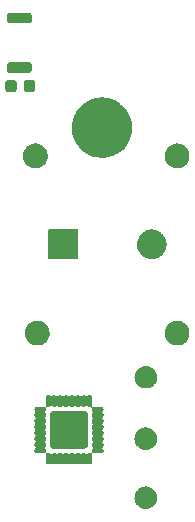
<source format=gbs>
G04 #@! TF.GenerationSoftware,KiCad,Pcbnew,(5.99.0-168-g9990dcc1b)*
G04 #@! TF.CreationDate,2019-12-17T14:25:06+03:00*
G04 #@! TF.ProjectId,SmartPartsIONBoard,536d6172-7450-4617-9274-73494f4e426f,rev?*
G04 #@! TF.SameCoordinates,Original*
G04 #@! TF.FileFunction,Soldermask,Bot*
G04 #@! TF.FilePolarity,Negative*
%FSLAX46Y46*%
G04 Gerber Fmt 4.6, Leading zero omitted, Abs format (unit mm)*
G04 Created by KiCad (PCBNEW (5.99.0-168-g9990dcc1b)) date 2019-12-17 14:25:06*
%MOMM*%
%LPD*%
G04 APERTURE LIST*
%ADD10C,0.100000*%
G04 APERTURE END LIST*
D10*
G36*
X72886675Y-71012627D02*
G01*
X72927905Y-71014680D01*
X72976080Y-71026468D01*
X73030954Y-71034963D01*
X73069728Y-71049383D01*
X73104176Y-71057812D01*
X73154544Y-71080925D01*
X73212037Y-71102307D01*
X73242173Y-71121138D01*
X73269107Y-71133498D01*
X73318922Y-71169097D01*
X73375880Y-71204688D01*
X73397387Y-71225168D01*
X73416749Y-71239005D01*
X73462931Y-71287585D01*
X73515790Y-71337922D01*
X73529404Y-71357511D01*
X73541782Y-71370531D01*
X73581083Y-71431866D01*
X73626052Y-71496569D01*
X73633145Y-71513119D01*
X73639683Y-71523322D01*
X73668818Y-71596349D01*
X73702162Y-71674146D01*
X73704606Y-71686051D01*
X73706928Y-71691872D01*
X73722813Y-71774748D01*
X73741010Y-71863400D01*
X73740988Y-71869580D01*
X73741056Y-71869932D01*
X73740404Y-72056704D01*
X73740335Y-72057053D01*
X73740313Y-72063237D01*
X73721491Y-72151785D01*
X73705034Y-72234522D01*
X73702671Y-72240327D01*
X73700144Y-72252215D01*
X73666246Y-72329806D01*
X73636613Y-72402599D01*
X73630009Y-72412748D01*
X73622797Y-72429257D01*
X73577357Y-72493672D01*
X73537645Y-72554707D01*
X73525180Y-72567637D01*
X73511430Y-72587129D01*
X73458221Y-72637096D01*
X73411704Y-72685349D01*
X73392248Y-72699048D01*
X73370593Y-72719384D01*
X73313380Y-72754582D01*
X73263323Y-72789828D01*
X73236302Y-72802000D01*
X73206039Y-72820618D01*
X73148399Y-72841597D01*
X73097868Y-72864360D01*
X73063362Y-72872549D01*
X73024490Y-72886697D01*
X72969568Y-72894807D01*
X72921307Y-72906260D01*
X72880057Y-72908025D01*
X72833363Y-72914920D01*
X72783741Y-72912146D01*
X72740000Y-72914017D01*
X72693403Y-72907095D01*
X72640464Y-72904135D01*
X72598057Y-72892931D01*
X72560504Y-72887352D01*
X72510566Y-72869815D01*
X72453673Y-72854783D01*
X72419600Y-72837869D01*
X72389288Y-72827224D01*
X72338557Y-72797639D01*
X72280621Y-72768879D01*
X72255245Y-72749053D01*
X72232528Y-72735805D01*
X72183930Y-72693335D01*
X72128378Y-72649933D01*
X72111292Y-72629857D01*
X72095884Y-72616392D01*
X72052628Y-72560928D01*
X72003161Y-72502804D01*
X71993277Y-72484825D01*
X71984285Y-72473295D01*
X71949661Y-72405488D01*
X71910086Y-72333501D01*
X71905749Y-72319492D01*
X71901760Y-72311679D01*
X71878983Y-72233022D01*
X71852955Y-72148941D01*
X71852095Y-72140173D01*
X71851285Y-72137375D01*
X71843295Y-72050423D01*
X71834102Y-71956663D01*
X71843949Y-71862976D01*
X71852546Y-71776079D01*
X71853376Y-71773287D01*
X71854297Y-71764521D01*
X71880920Y-71680594D01*
X71904237Y-71602129D01*
X71908280Y-71594346D01*
X71912715Y-71580365D01*
X71952811Y-71508621D01*
X71987891Y-71441090D01*
X71996956Y-71429632D01*
X72006969Y-71411716D01*
X72056849Y-71353930D01*
X72100484Y-71298776D01*
X72115984Y-71285420D01*
X72133210Y-71265464D01*
X72189069Y-71222447D01*
X72237959Y-71180321D01*
X72260768Y-71167232D01*
X72286281Y-71147584D01*
X72344401Y-71119237D01*
X72395350Y-71089999D01*
X72425746Y-71079562D01*
X72459928Y-71062891D01*
X72516921Y-71048258D01*
X72566983Y-71031069D01*
X72604572Y-71025753D01*
X72647059Y-71014844D01*
X72700020Y-71012254D01*
X72746663Y-71005657D01*
X72790388Y-71007834D01*
X72840028Y-71005406D01*
X72886675Y-71012627D01*
X72886675Y-71012627D01*
G37*
G36*
X64645561Y-63291809D02*
G01*
X64683104Y-63316895D01*
X64686067Y-63321329D01*
X64740111Y-63366495D01*
X64809995Y-63375272D01*
X64893933Y-63321329D01*
X64896896Y-63316895D01*
X64934439Y-63291809D01*
X64991034Y-63280552D01*
X65088966Y-63280552D01*
X65145561Y-63291809D01*
X65183104Y-63316895D01*
X65186067Y-63321329D01*
X65240111Y-63366495D01*
X65309995Y-63375272D01*
X65393933Y-63321329D01*
X65396896Y-63316895D01*
X65434439Y-63291809D01*
X65491034Y-63280552D01*
X65588966Y-63280552D01*
X65645561Y-63291809D01*
X65683104Y-63316895D01*
X65686067Y-63321329D01*
X65740111Y-63366495D01*
X65809995Y-63375272D01*
X65893933Y-63321329D01*
X65896896Y-63316895D01*
X65934439Y-63291809D01*
X65991034Y-63280552D01*
X66088966Y-63280552D01*
X66145561Y-63291809D01*
X66183104Y-63316895D01*
X66186067Y-63321329D01*
X66240111Y-63366495D01*
X66309995Y-63375272D01*
X66393933Y-63321329D01*
X66396896Y-63316895D01*
X66434439Y-63291809D01*
X66491034Y-63280552D01*
X66588966Y-63280552D01*
X66645561Y-63291809D01*
X66683104Y-63316895D01*
X66686067Y-63321329D01*
X66740111Y-63366495D01*
X66809995Y-63375272D01*
X66893933Y-63321329D01*
X66896896Y-63316895D01*
X66934439Y-63291809D01*
X66991034Y-63280552D01*
X67088966Y-63280552D01*
X67145561Y-63291809D01*
X67183104Y-63316895D01*
X67186067Y-63321329D01*
X67240111Y-63366495D01*
X67309995Y-63375272D01*
X67393933Y-63321329D01*
X67396896Y-63316895D01*
X67434439Y-63291809D01*
X67491034Y-63280552D01*
X67588966Y-63280552D01*
X67645561Y-63291809D01*
X67683104Y-63316895D01*
X67686067Y-63321329D01*
X67740111Y-63366495D01*
X67809995Y-63375272D01*
X67893933Y-63321329D01*
X67896896Y-63316895D01*
X67934439Y-63291809D01*
X67991034Y-63280552D01*
X68088966Y-63280552D01*
X68145561Y-63291809D01*
X68183105Y-63316895D01*
X68208191Y-63354439D01*
X68219448Y-63411034D01*
X68219448Y-64146276D01*
X68220692Y-64146276D01*
X68225826Y-64203626D01*
X68269036Y-64259246D01*
X68353724Y-64277669D01*
X68353724Y-64280552D01*
X69088966Y-64280552D01*
X69145561Y-64291809D01*
X69183105Y-64316895D01*
X69208191Y-64354439D01*
X69219448Y-64411034D01*
X69219448Y-64508966D01*
X69208191Y-64565561D01*
X69183105Y-64603104D01*
X69178671Y-64606067D01*
X69133505Y-64660111D01*
X69124728Y-64729995D01*
X69178671Y-64813933D01*
X69183105Y-64816896D01*
X69208191Y-64854439D01*
X69219448Y-64911034D01*
X69219448Y-65008966D01*
X69208191Y-65065561D01*
X69183105Y-65103104D01*
X69178671Y-65106067D01*
X69133505Y-65160111D01*
X69124728Y-65229995D01*
X69178671Y-65313933D01*
X69183105Y-65316896D01*
X69208191Y-65354439D01*
X69219448Y-65411034D01*
X69219448Y-65508966D01*
X69208191Y-65565561D01*
X69183105Y-65603104D01*
X69178671Y-65606067D01*
X69133505Y-65660111D01*
X69124728Y-65729995D01*
X69178671Y-65813933D01*
X69183105Y-65816896D01*
X69208191Y-65854439D01*
X69219448Y-65911034D01*
X69219448Y-66008966D01*
X69208191Y-66065561D01*
X69183105Y-66103104D01*
X69178671Y-66106067D01*
X69133505Y-66160111D01*
X69124728Y-66229995D01*
X69178671Y-66313933D01*
X69183105Y-66316896D01*
X69208191Y-66354439D01*
X69219448Y-66411034D01*
X69219448Y-66508966D01*
X69208191Y-66565561D01*
X69183105Y-66603104D01*
X69178671Y-66606067D01*
X69133505Y-66660111D01*
X69124728Y-66729995D01*
X69178671Y-66813933D01*
X69183105Y-66816896D01*
X69208191Y-66854439D01*
X69219448Y-66911034D01*
X69219448Y-67008966D01*
X69208191Y-67065561D01*
X69183105Y-67103104D01*
X69178671Y-67106067D01*
X69133505Y-67160111D01*
X69124728Y-67229995D01*
X69178671Y-67313933D01*
X69183105Y-67316896D01*
X69208191Y-67354439D01*
X69219448Y-67411034D01*
X69219448Y-67508966D01*
X69208191Y-67565561D01*
X69183105Y-67603104D01*
X69178671Y-67606067D01*
X69133505Y-67660111D01*
X69124728Y-67729995D01*
X69178671Y-67813933D01*
X69183105Y-67816896D01*
X69208191Y-67854439D01*
X69219448Y-67911034D01*
X69219448Y-68008966D01*
X69208191Y-68065561D01*
X69183105Y-68103105D01*
X69145561Y-68128191D01*
X69088966Y-68139448D01*
X68353724Y-68139448D01*
X68353724Y-68140692D01*
X68296374Y-68145826D01*
X68240754Y-68189036D01*
X68222331Y-68273724D01*
X68219448Y-68273724D01*
X68219448Y-69008966D01*
X68208191Y-69065561D01*
X68183105Y-69103105D01*
X68145561Y-69128191D01*
X68088966Y-69139448D01*
X67991034Y-69139448D01*
X67934439Y-69128191D01*
X67896896Y-69103105D01*
X67893933Y-69098671D01*
X67839889Y-69053505D01*
X67770005Y-69044728D01*
X67686067Y-69098671D01*
X67683104Y-69103105D01*
X67645561Y-69128191D01*
X67588966Y-69139448D01*
X67491034Y-69139448D01*
X67434439Y-69128191D01*
X67396896Y-69103105D01*
X67393933Y-69098671D01*
X67339889Y-69053505D01*
X67270005Y-69044728D01*
X67186067Y-69098671D01*
X67183104Y-69103105D01*
X67145561Y-69128191D01*
X67088966Y-69139448D01*
X66991034Y-69139448D01*
X66934439Y-69128191D01*
X66896896Y-69103105D01*
X66893933Y-69098671D01*
X66839889Y-69053505D01*
X66770005Y-69044728D01*
X66686067Y-69098671D01*
X66683104Y-69103105D01*
X66645561Y-69128191D01*
X66588966Y-69139448D01*
X66491034Y-69139448D01*
X66434439Y-69128191D01*
X66396896Y-69103105D01*
X66393933Y-69098671D01*
X66339889Y-69053505D01*
X66270005Y-69044728D01*
X66186067Y-69098671D01*
X66183104Y-69103105D01*
X66145561Y-69128191D01*
X66088966Y-69139448D01*
X65991034Y-69139448D01*
X65934439Y-69128191D01*
X65896896Y-69103105D01*
X65893933Y-69098671D01*
X65839889Y-69053505D01*
X65770005Y-69044728D01*
X65686067Y-69098671D01*
X65683104Y-69103105D01*
X65645561Y-69128191D01*
X65588966Y-69139448D01*
X65491034Y-69139448D01*
X65434439Y-69128191D01*
X65396896Y-69103105D01*
X65393933Y-69098671D01*
X65339889Y-69053505D01*
X65270005Y-69044728D01*
X65186067Y-69098671D01*
X65183104Y-69103105D01*
X65145561Y-69128191D01*
X65088966Y-69139448D01*
X64991034Y-69139448D01*
X64934439Y-69128191D01*
X64896896Y-69103105D01*
X64893933Y-69098671D01*
X64839889Y-69053505D01*
X64770005Y-69044728D01*
X64686067Y-69098671D01*
X64683104Y-69103105D01*
X64645561Y-69128191D01*
X64588966Y-69139448D01*
X64491034Y-69139448D01*
X64434439Y-69128191D01*
X64396895Y-69103105D01*
X64371809Y-69065561D01*
X64360552Y-69008966D01*
X64360552Y-68273724D01*
X64359308Y-68273724D01*
X64354174Y-68216374D01*
X64310964Y-68160754D01*
X64226276Y-68142331D01*
X64226276Y-68139448D01*
X63491034Y-68139448D01*
X63434439Y-68128191D01*
X63396895Y-68103105D01*
X63371809Y-68065561D01*
X63360552Y-68008966D01*
X63360552Y-67911034D01*
X63371809Y-67854439D01*
X63396895Y-67816896D01*
X63401329Y-67813933D01*
X63446495Y-67759889D01*
X63455272Y-67690005D01*
X63401329Y-67606067D01*
X63396895Y-67603104D01*
X63371809Y-67565561D01*
X63360552Y-67508966D01*
X63360552Y-67411034D01*
X63371809Y-67354439D01*
X63396895Y-67316896D01*
X63401329Y-67313933D01*
X63446495Y-67259889D01*
X63455272Y-67190005D01*
X63401329Y-67106067D01*
X63396895Y-67103104D01*
X63371809Y-67065561D01*
X63360552Y-67008966D01*
X63360552Y-66911034D01*
X63371809Y-66854439D01*
X63396895Y-66816896D01*
X63401329Y-66813933D01*
X63446495Y-66759889D01*
X63455272Y-66690005D01*
X63401329Y-66606067D01*
X63396895Y-66603104D01*
X63371809Y-66565561D01*
X63360552Y-66508966D01*
X63360552Y-66411034D01*
X63371809Y-66354439D01*
X63396895Y-66316896D01*
X63401329Y-66313933D01*
X63446495Y-66259889D01*
X63455272Y-66190005D01*
X63401329Y-66106067D01*
X63396895Y-66103104D01*
X63371809Y-66065561D01*
X63360552Y-66008966D01*
X63360552Y-65911034D01*
X63371809Y-65854439D01*
X63396895Y-65816896D01*
X63401329Y-65813933D01*
X63446495Y-65759889D01*
X63455272Y-65690005D01*
X63401329Y-65606067D01*
X63396895Y-65603104D01*
X63371809Y-65565561D01*
X63360552Y-65508966D01*
X63360552Y-65411034D01*
X63371809Y-65354439D01*
X63396895Y-65316896D01*
X63401329Y-65313933D01*
X63446495Y-65259889D01*
X63455272Y-65190005D01*
X63401329Y-65106067D01*
X63396895Y-65103104D01*
X63371809Y-65065561D01*
X63360552Y-65008966D01*
X63360552Y-64911034D01*
X63371809Y-64854439D01*
X63396895Y-64816896D01*
X63401329Y-64813933D01*
X63446495Y-64759889D01*
X63450249Y-64729995D01*
X64249728Y-64729995D01*
X64303671Y-64813933D01*
X64308105Y-64816896D01*
X64333191Y-64854439D01*
X64344448Y-64911034D01*
X64344448Y-65008966D01*
X64333191Y-65065561D01*
X64308105Y-65103104D01*
X64303671Y-65106067D01*
X64258505Y-65160111D01*
X64249728Y-65229995D01*
X64303671Y-65313933D01*
X64308105Y-65316896D01*
X64333191Y-65354439D01*
X64344448Y-65411034D01*
X64344448Y-65508966D01*
X64333191Y-65565561D01*
X64308105Y-65603104D01*
X64303671Y-65606067D01*
X64258505Y-65660111D01*
X64249728Y-65729995D01*
X64303671Y-65813933D01*
X64308105Y-65816896D01*
X64333191Y-65854439D01*
X64344448Y-65911034D01*
X64344448Y-66008966D01*
X64333191Y-66065561D01*
X64308105Y-66103104D01*
X64303671Y-66106067D01*
X64258505Y-66160111D01*
X64249728Y-66229995D01*
X64303671Y-66313933D01*
X64308105Y-66316896D01*
X64333191Y-66354439D01*
X64344448Y-66411034D01*
X64344448Y-66508966D01*
X64333191Y-66565561D01*
X64308105Y-66603104D01*
X64303671Y-66606067D01*
X64258505Y-66660111D01*
X64249728Y-66729995D01*
X64303671Y-66813933D01*
X64308105Y-66816896D01*
X64333191Y-66854439D01*
X64344448Y-66911034D01*
X64344448Y-67008966D01*
X64333191Y-67065561D01*
X64308105Y-67103104D01*
X64303671Y-67106067D01*
X64258505Y-67160111D01*
X64249728Y-67229995D01*
X64303671Y-67313933D01*
X64308105Y-67316896D01*
X64333191Y-67354439D01*
X64344448Y-67411034D01*
X64344448Y-67508966D01*
X64333191Y-67565561D01*
X64308105Y-67603104D01*
X64303671Y-67606067D01*
X64258505Y-67660111D01*
X64249728Y-67729995D01*
X64303671Y-67813933D01*
X64308105Y-67816896D01*
X64333191Y-67854439D01*
X64344448Y-67911034D01*
X64344448Y-68021276D01*
X64345692Y-68021276D01*
X64350826Y-68078626D01*
X64394036Y-68134246D01*
X64478724Y-68152669D01*
X64478724Y-68155552D01*
X64588966Y-68155552D01*
X64645561Y-68166809D01*
X64683104Y-68191895D01*
X64686067Y-68196329D01*
X64740111Y-68241495D01*
X64809995Y-68250272D01*
X64893933Y-68196329D01*
X64896896Y-68191895D01*
X64934439Y-68166809D01*
X64991034Y-68155552D01*
X65088966Y-68155552D01*
X65145561Y-68166809D01*
X65183104Y-68191895D01*
X65186067Y-68196329D01*
X65240111Y-68241495D01*
X65309995Y-68250272D01*
X65393933Y-68196329D01*
X65396896Y-68191895D01*
X65434439Y-68166809D01*
X65491034Y-68155552D01*
X65588966Y-68155552D01*
X65645561Y-68166809D01*
X65683104Y-68191895D01*
X65686067Y-68196329D01*
X65740111Y-68241495D01*
X65809995Y-68250272D01*
X65893933Y-68196329D01*
X65896896Y-68191895D01*
X65934439Y-68166809D01*
X65991034Y-68155552D01*
X66088966Y-68155552D01*
X66145561Y-68166809D01*
X66183104Y-68191895D01*
X66186067Y-68196329D01*
X66240111Y-68241495D01*
X66309995Y-68250272D01*
X66393933Y-68196329D01*
X66396896Y-68191895D01*
X66434439Y-68166809D01*
X66491034Y-68155552D01*
X66588966Y-68155552D01*
X66645561Y-68166809D01*
X66683104Y-68191895D01*
X66686067Y-68196329D01*
X66740111Y-68241495D01*
X66809995Y-68250272D01*
X66893933Y-68196329D01*
X66896896Y-68191895D01*
X66934439Y-68166809D01*
X66991034Y-68155552D01*
X67088966Y-68155552D01*
X67145561Y-68166809D01*
X67183104Y-68191895D01*
X67186067Y-68196329D01*
X67240111Y-68241495D01*
X67309995Y-68250272D01*
X67393933Y-68196329D01*
X67396896Y-68191895D01*
X67434439Y-68166809D01*
X67491034Y-68155552D01*
X67588966Y-68155552D01*
X67645561Y-68166809D01*
X67683104Y-68191895D01*
X67686067Y-68196329D01*
X67740111Y-68241495D01*
X67809995Y-68250272D01*
X67893933Y-68196329D01*
X67896896Y-68191895D01*
X67934439Y-68166809D01*
X67991034Y-68155552D01*
X68101276Y-68155552D01*
X68101276Y-68154308D01*
X68158626Y-68149174D01*
X68214246Y-68105964D01*
X68232669Y-68021276D01*
X68235552Y-68021276D01*
X68235552Y-67911034D01*
X68246809Y-67854439D01*
X68271895Y-67816896D01*
X68276329Y-67813933D01*
X68321495Y-67759889D01*
X68330272Y-67690005D01*
X68276329Y-67606067D01*
X68271895Y-67603104D01*
X68246809Y-67565561D01*
X68235552Y-67508966D01*
X68235552Y-67411034D01*
X68246809Y-67354439D01*
X68271895Y-67316896D01*
X68276329Y-67313933D01*
X68321495Y-67259889D01*
X68330272Y-67190005D01*
X68276329Y-67106067D01*
X68271895Y-67103104D01*
X68246809Y-67065561D01*
X68235552Y-67008966D01*
X68235552Y-66911034D01*
X68246809Y-66854439D01*
X68271895Y-66816896D01*
X68276329Y-66813933D01*
X68321495Y-66759889D01*
X68330272Y-66690005D01*
X68276329Y-66606067D01*
X68271895Y-66603104D01*
X68246809Y-66565561D01*
X68235552Y-66508966D01*
X68235552Y-66411034D01*
X68246809Y-66354439D01*
X68271895Y-66316896D01*
X68276329Y-66313933D01*
X68321495Y-66259889D01*
X68330272Y-66190005D01*
X68276329Y-66106067D01*
X68271895Y-66103104D01*
X68246809Y-66065561D01*
X68235552Y-66008966D01*
X68235552Y-65911034D01*
X68246809Y-65854439D01*
X68271895Y-65816896D01*
X68276329Y-65813933D01*
X68321495Y-65759889D01*
X68330272Y-65690005D01*
X68276329Y-65606067D01*
X68271895Y-65603104D01*
X68246809Y-65565561D01*
X68235552Y-65508966D01*
X68235552Y-65411034D01*
X68246809Y-65354439D01*
X68271895Y-65316896D01*
X68276329Y-65313933D01*
X68321495Y-65259889D01*
X68330272Y-65190005D01*
X68276329Y-65106067D01*
X68271895Y-65103104D01*
X68246809Y-65065561D01*
X68235552Y-65008966D01*
X68235552Y-64911034D01*
X68246809Y-64854439D01*
X68271895Y-64816896D01*
X68276329Y-64813933D01*
X68321495Y-64759889D01*
X68330272Y-64690005D01*
X68276329Y-64606067D01*
X68271895Y-64603104D01*
X68246809Y-64565561D01*
X68235552Y-64508966D01*
X68235552Y-64398724D01*
X68234308Y-64398724D01*
X68229174Y-64341374D01*
X68185964Y-64285754D01*
X68101276Y-64267331D01*
X68101276Y-64264448D01*
X67991034Y-64264448D01*
X67934439Y-64253191D01*
X67896896Y-64228105D01*
X67893933Y-64223671D01*
X67839889Y-64178505D01*
X67770005Y-64169728D01*
X67686067Y-64223671D01*
X67683104Y-64228105D01*
X67645561Y-64253191D01*
X67588966Y-64264448D01*
X67491034Y-64264448D01*
X67434439Y-64253191D01*
X67396896Y-64228105D01*
X67393933Y-64223671D01*
X67339889Y-64178505D01*
X67270005Y-64169728D01*
X67186067Y-64223671D01*
X67183104Y-64228105D01*
X67145561Y-64253191D01*
X67088966Y-64264448D01*
X66991034Y-64264448D01*
X66934439Y-64253191D01*
X66896896Y-64228105D01*
X66893933Y-64223671D01*
X66839889Y-64178505D01*
X66770005Y-64169728D01*
X66686067Y-64223671D01*
X66683104Y-64228105D01*
X66645561Y-64253191D01*
X66588966Y-64264448D01*
X66491034Y-64264448D01*
X66434439Y-64253191D01*
X66396896Y-64228105D01*
X66393933Y-64223671D01*
X66339889Y-64178505D01*
X66270005Y-64169728D01*
X66186067Y-64223671D01*
X66183104Y-64228105D01*
X66145561Y-64253191D01*
X66088966Y-64264448D01*
X65991034Y-64264448D01*
X65934439Y-64253191D01*
X65896896Y-64228105D01*
X65893933Y-64223671D01*
X65839889Y-64178505D01*
X65770005Y-64169728D01*
X65686067Y-64223671D01*
X65683104Y-64228105D01*
X65645561Y-64253191D01*
X65588966Y-64264448D01*
X65491034Y-64264448D01*
X65434439Y-64253191D01*
X65396896Y-64228105D01*
X65393933Y-64223671D01*
X65339889Y-64178505D01*
X65270005Y-64169728D01*
X65186067Y-64223671D01*
X65183104Y-64228105D01*
X65145561Y-64253191D01*
X65088966Y-64264448D01*
X64991034Y-64264448D01*
X64934439Y-64253191D01*
X64896896Y-64228105D01*
X64893933Y-64223671D01*
X64839889Y-64178505D01*
X64770005Y-64169728D01*
X64686067Y-64223671D01*
X64683104Y-64228105D01*
X64645561Y-64253191D01*
X64588966Y-64264448D01*
X64478724Y-64264448D01*
X64478724Y-64265692D01*
X64421374Y-64270826D01*
X64365754Y-64314036D01*
X64347331Y-64398724D01*
X64344448Y-64398724D01*
X64344448Y-64508966D01*
X64333191Y-64565561D01*
X64308105Y-64603104D01*
X64303671Y-64606067D01*
X64258505Y-64660111D01*
X64249728Y-64729995D01*
X63450249Y-64729995D01*
X63455272Y-64690005D01*
X63401329Y-64606067D01*
X63396895Y-64603104D01*
X63371809Y-64565561D01*
X63360552Y-64508966D01*
X63360552Y-64411034D01*
X63371809Y-64354439D01*
X63396895Y-64316895D01*
X63434439Y-64291809D01*
X63491034Y-64280552D01*
X64226276Y-64280552D01*
X64226276Y-64279308D01*
X64283626Y-64274174D01*
X64339246Y-64230964D01*
X64357669Y-64146276D01*
X64360552Y-64146276D01*
X64360552Y-63411034D01*
X64371809Y-63354439D01*
X64396895Y-63316895D01*
X64434439Y-63291809D01*
X64491034Y-63280552D01*
X64588966Y-63280552D01*
X64645561Y-63291809D01*
X64645561Y-63291809D01*
G37*
G36*
X67676756Y-64621764D02*
G01*
X67688227Y-64627288D01*
X67696287Y-64628795D01*
X67713547Y-64639482D01*
X67758638Y-64661197D01*
X67778738Y-64679847D01*
X67791964Y-64688036D01*
X67802265Y-64701676D01*
X67825264Y-64723016D01*
X67847614Y-64761727D01*
X67859781Y-64777839D01*
X67861751Y-64786213D01*
X67869506Y-64799646D01*
X67888419Y-64899601D01*
X67891883Y-64914330D01*
X67891883Y-64917909D01*
X67893194Y-64924838D01*
X67893194Y-67497517D01*
X67878236Y-67596756D01*
X67872712Y-67608227D01*
X67871205Y-67616287D01*
X67860518Y-67633547D01*
X67838803Y-67678638D01*
X67820153Y-67698738D01*
X67811964Y-67711964D01*
X67798324Y-67722265D01*
X67776984Y-67745264D01*
X67738273Y-67767614D01*
X67722161Y-67779781D01*
X67713787Y-67781751D01*
X67700354Y-67789506D01*
X67600399Y-67808419D01*
X67585670Y-67811883D01*
X67582091Y-67811883D01*
X67575162Y-67813194D01*
X65002483Y-67813194D01*
X64903244Y-67798236D01*
X64891773Y-67792712D01*
X64883713Y-67791205D01*
X64866453Y-67780518D01*
X64821362Y-67758803D01*
X64801262Y-67740153D01*
X64788036Y-67731964D01*
X64777735Y-67718324D01*
X64754736Y-67696984D01*
X64732386Y-67658273D01*
X64720219Y-67642161D01*
X64718249Y-67633787D01*
X64710494Y-67620354D01*
X64691581Y-67520399D01*
X64688117Y-67505670D01*
X64688117Y-67502091D01*
X64686806Y-67495162D01*
X64686806Y-64922483D01*
X64701764Y-64823244D01*
X64707288Y-64811773D01*
X64708795Y-64803713D01*
X64719482Y-64786453D01*
X64741197Y-64741362D01*
X64759847Y-64721262D01*
X64768036Y-64708036D01*
X64781676Y-64697735D01*
X64803016Y-64674736D01*
X64841727Y-64652386D01*
X64857839Y-64640219D01*
X64866213Y-64638249D01*
X64879646Y-64630494D01*
X64979601Y-64611581D01*
X64994330Y-64608117D01*
X64997909Y-64608117D01*
X65004838Y-64606806D01*
X67577517Y-64606806D01*
X67676756Y-64621764D01*
X67676756Y-64621764D01*
G37*
G36*
X72886675Y-66012627D02*
G01*
X72927905Y-66014680D01*
X72976080Y-66026468D01*
X73030954Y-66034963D01*
X73069728Y-66049383D01*
X73104176Y-66057812D01*
X73154544Y-66080925D01*
X73212037Y-66102307D01*
X73242173Y-66121138D01*
X73269107Y-66133498D01*
X73318922Y-66169097D01*
X73375880Y-66204688D01*
X73397387Y-66225168D01*
X73416749Y-66239005D01*
X73462931Y-66287585D01*
X73515790Y-66337922D01*
X73529404Y-66357511D01*
X73541782Y-66370531D01*
X73581083Y-66431866D01*
X73626052Y-66496569D01*
X73633145Y-66513119D01*
X73639683Y-66523322D01*
X73668818Y-66596349D01*
X73702162Y-66674146D01*
X73704606Y-66686051D01*
X73706928Y-66691872D01*
X73722813Y-66774748D01*
X73741010Y-66863400D01*
X73740988Y-66869580D01*
X73741056Y-66869932D01*
X73740404Y-67056704D01*
X73740335Y-67057053D01*
X73740313Y-67063237D01*
X73721491Y-67151785D01*
X73705034Y-67234522D01*
X73702671Y-67240327D01*
X73700144Y-67252215D01*
X73666246Y-67329806D01*
X73636613Y-67402599D01*
X73630009Y-67412748D01*
X73622797Y-67429257D01*
X73577357Y-67493672D01*
X73537645Y-67554707D01*
X73525180Y-67567637D01*
X73511430Y-67587129D01*
X73458221Y-67637096D01*
X73411704Y-67685349D01*
X73392248Y-67699048D01*
X73370593Y-67719384D01*
X73313380Y-67754582D01*
X73263323Y-67789828D01*
X73236302Y-67802000D01*
X73206039Y-67820618D01*
X73148399Y-67841597D01*
X73097868Y-67864360D01*
X73063362Y-67872549D01*
X73024490Y-67886697D01*
X72969568Y-67894807D01*
X72921307Y-67906260D01*
X72880057Y-67908025D01*
X72833363Y-67914920D01*
X72783741Y-67912146D01*
X72740000Y-67914017D01*
X72693403Y-67907095D01*
X72640464Y-67904135D01*
X72598057Y-67892931D01*
X72560504Y-67887352D01*
X72510566Y-67869815D01*
X72453673Y-67854783D01*
X72419600Y-67837869D01*
X72389288Y-67827224D01*
X72338557Y-67797639D01*
X72280621Y-67768879D01*
X72255245Y-67749053D01*
X72232528Y-67735805D01*
X72183930Y-67693335D01*
X72128378Y-67649933D01*
X72111292Y-67629857D01*
X72095884Y-67616392D01*
X72052628Y-67560928D01*
X72003161Y-67502804D01*
X71993277Y-67484825D01*
X71984285Y-67473295D01*
X71949661Y-67405488D01*
X71910086Y-67333501D01*
X71905749Y-67319492D01*
X71901760Y-67311679D01*
X71878983Y-67233022D01*
X71852955Y-67148941D01*
X71852095Y-67140173D01*
X71851285Y-67137375D01*
X71843295Y-67050423D01*
X71834102Y-66956663D01*
X71843949Y-66862976D01*
X71852546Y-66776079D01*
X71853376Y-66773287D01*
X71854297Y-66764521D01*
X71880920Y-66680594D01*
X71904237Y-66602129D01*
X71908280Y-66594346D01*
X71912715Y-66580365D01*
X71952811Y-66508621D01*
X71987891Y-66441090D01*
X71996956Y-66429632D01*
X72006969Y-66411716D01*
X72056849Y-66353930D01*
X72100484Y-66298776D01*
X72115984Y-66285420D01*
X72133210Y-66265464D01*
X72189069Y-66222447D01*
X72237959Y-66180321D01*
X72260768Y-66167232D01*
X72286281Y-66147584D01*
X72344401Y-66119237D01*
X72395350Y-66089999D01*
X72425746Y-66079562D01*
X72459928Y-66062891D01*
X72516921Y-66048258D01*
X72566983Y-66031069D01*
X72604572Y-66025753D01*
X72647059Y-66014844D01*
X72700020Y-66012254D01*
X72746663Y-66005657D01*
X72790388Y-66007834D01*
X72840028Y-66005406D01*
X72886675Y-66012627D01*
X72886675Y-66012627D01*
G37*
G36*
X72886675Y-60812627D02*
G01*
X72927905Y-60814680D01*
X72976080Y-60826468D01*
X73030954Y-60834963D01*
X73069728Y-60849383D01*
X73104176Y-60857812D01*
X73154544Y-60880925D01*
X73212037Y-60902307D01*
X73242173Y-60921138D01*
X73269107Y-60933498D01*
X73318922Y-60969097D01*
X73375880Y-61004688D01*
X73397387Y-61025168D01*
X73416749Y-61039005D01*
X73462931Y-61087585D01*
X73515790Y-61137922D01*
X73529404Y-61157511D01*
X73541782Y-61170531D01*
X73581083Y-61231866D01*
X73626052Y-61296569D01*
X73633145Y-61313119D01*
X73639683Y-61323322D01*
X73668818Y-61396349D01*
X73702162Y-61474146D01*
X73704606Y-61486051D01*
X73706928Y-61491872D01*
X73722813Y-61574748D01*
X73741010Y-61663400D01*
X73740988Y-61669580D01*
X73741056Y-61669932D01*
X73740404Y-61856704D01*
X73740335Y-61857053D01*
X73740313Y-61863237D01*
X73721491Y-61951785D01*
X73705034Y-62034522D01*
X73702671Y-62040327D01*
X73700144Y-62052215D01*
X73666246Y-62129806D01*
X73636613Y-62202599D01*
X73630009Y-62212748D01*
X73622797Y-62229257D01*
X73577357Y-62293672D01*
X73537645Y-62354707D01*
X73525180Y-62367637D01*
X73511430Y-62387129D01*
X73458221Y-62437096D01*
X73411704Y-62485349D01*
X73392248Y-62499048D01*
X73370593Y-62519384D01*
X73313380Y-62554582D01*
X73263323Y-62589828D01*
X73236302Y-62602000D01*
X73206039Y-62620618D01*
X73148399Y-62641597D01*
X73097868Y-62664360D01*
X73063362Y-62672549D01*
X73024490Y-62686697D01*
X72969568Y-62694807D01*
X72921307Y-62706260D01*
X72880057Y-62708025D01*
X72833363Y-62714920D01*
X72783741Y-62712146D01*
X72740000Y-62714017D01*
X72693403Y-62707095D01*
X72640464Y-62704135D01*
X72598057Y-62692931D01*
X72560504Y-62687352D01*
X72510566Y-62669815D01*
X72453673Y-62654783D01*
X72419600Y-62637869D01*
X72389288Y-62627224D01*
X72338557Y-62597639D01*
X72280621Y-62568879D01*
X72255245Y-62549053D01*
X72232528Y-62535805D01*
X72183930Y-62493335D01*
X72128378Y-62449933D01*
X72111292Y-62429857D01*
X72095884Y-62416392D01*
X72052628Y-62360928D01*
X72003161Y-62302804D01*
X71993277Y-62284825D01*
X71984285Y-62273295D01*
X71949661Y-62205488D01*
X71910086Y-62133501D01*
X71905749Y-62119492D01*
X71901760Y-62111679D01*
X71878983Y-62033022D01*
X71852955Y-61948941D01*
X71852095Y-61940173D01*
X71851285Y-61937375D01*
X71843295Y-61850423D01*
X71834102Y-61756663D01*
X71843949Y-61662976D01*
X71852546Y-61576079D01*
X71853376Y-61573287D01*
X71854297Y-61564521D01*
X71880920Y-61480594D01*
X71904237Y-61402129D01*
X71908280Y-61394346D01*
X71912715Y-61380365D01*
X71952811Y-61308621D01*
X71987891Y-61241090D01*
X71996956Y-61229632D01*
X72006969Y-61211716D01*
X72056849Y-61153930D01*
X72100484Y-61098776D01*
X72115984Y-61085420D01*
X72133210Y-61065464D01*
X72189069Y-61022447D01*
X72237959Y-60980321D01*
X72260768Y-60967232D01*
X72286281Y-60947584D01*
X72344401Y-60919237D01*
X72395350Y-60889999D01*
X72425746Y-60879562D01*
X72459928Y-60862891D01*
X72516921Y-60848258D01*
X72566983Y-60831069D01*
X72604572Y-60825753D01*
X72647059Y-60814844D01*
X72700020Y-60812254D01*
X72746663Y-60805657D01*
X72790388Y-60807834D01*
X72840028Y-60805406D01*
X72886675Y-60812627D01*
X72886675Y-60812627D01*
G37*
G36*
X75499591Y-56969345D02*
G01*
X75550391Y-56969700D01*
X75601051Y-56980099D01*
X75646828Y-56984951D01*
X75696287Y-56999648D01*
X75752293Y-57011145D01*
X75794069Y-57028706D01*
X75831981Y-57039972D01*
X75883722Y-57066392D01*
X75942300Y-57091016D01*
X75974564Y-57112779D01*
X76004015Y-57127817D01*
X76055254Y-57167205D01*
X76113174Y-57206273D01*
X76136070Y-57229330D01*
X76157158Y-57245540D01*
X76204764Y-57298504D01*
X76258407Y-57352523D01*
X76272831Y-57374233D01*
X76286284Y-57389200D01*
X76326922Y-57455646D01*
X76372468Y-57524198D01*
X76379950Y-57542350D01*
X76387065Y-57553984D01*
X76417378Y-57633158D01*
X76451011Y-57714758D01*
X76453572Y-57727693D01*
X76456132Y-57734379D01*
X76472931Y-57825461D01*
X76491045Y-57916944D01*
X76487757Y-58152363D01*
X76484234Y-58167869D01*
X76484069Y-58173973D01*
X76462745Y-58262453D01*
X76442094Y-58353352D01*
X76439358Y-58359497D01*
X76439199Y-58360157D01*
X76381914Y-58488518D01*
X76358261Y-58541645D01*
X76304257Y-58618200D01*
X76250932Y-58695643D01*
X76246520Y-58700048D01*
X76239451Y-58710068D01*
X76174969Y-58771474D01*
X76114227Y-58832109D01*
X76103742Y-58839302D01*
X76090191Y-58852206D01*
X76019960Y-58896776D01*
X75954942Y-58941378D01*
X75937400Y-58949170D01*
X75916165Y-58962646D01*
X75844347Y-58990503D01*
X75778410Y-59019791D01*
X75753446Y-59025761D01*
X75724002Y-59037182D01*
X75654304Y-59049471D01*
X75590543Y-59064720D01*
X75558438Y-59066375D01*
X75521022Y-59072972D01*
X75456608Y-59071623D01*
X75397641Y-59074662D01*
X75359342Y-59069586D01*
X75314955Y-59068656D01*
X75258223Y-59056183D01*
X75206152Y-59049281D01*
X75163267Y-59035306D01*
X75113652Y-59024397D01*
X75066265Y-59003694D01*
X75022498Y-58989431D01*
X74977176Y-58964772D01*
X74924779Y-58941880D01*
X74887565Y-58916016D01*
X74852825Y-58897114D01*
X74807703Y-58860510D01*
X74755530Y-58824249D01*
X74728502Y-58796260D01*
X74702814Y-58775422D01*
X74660877Y-58726233D01*
X74612353Y-58675985D01*
X74594751Y-58648672D01*
X74577495Y-58628432D01*
X74541942Y-58566728D01*
X74500701Y-58502734D01*
X74491105Y-58478498D01*
X74481060Y-58461064D01*
X74455127Y-58387628D01*
X74424826Y-58311096D01*
X74421282Y-58291785D01*
X74416739Y-58278921D01*
X74403546Y-58195152D01*
X74387619Y-58108371D01*
X74387803Y-58095188D01*
X74386689Y-58088114D01*
X74389196Y-57995460D01*
X74390497Y-57902279D01*
X74391895Y-57895703D01*
X74391913Y-57895026D01*
X74421406Y-57756863D01*
X74433350Y-57700672D01*
X74470226Y-57614635D01*
X74506315Y-57527722D01*
X74509718Y-57522492D01*
X74514546Y-57511227D01*
X74564828Y-57437791D01*
X74611658Y-57365818D01*
X74620423Y-57356598D01*
X74630992Y-57341162D01*
X74690409Y-57282977D01*
X74744745Y-57225818D01*
X74760286Y-57214547D01*
X74778253Y-57196953D01*
X74842701Y-57154780D01*
X74901118Y-57112415D01*
X74924301Y-57101382D01*
X74950720Y-57084094D01*
X75016316Y-57057591D01*
X75075532Y-57029410D01*
X75106596Y-57021116D01*
X75141823Y-57006883D01*
X75205128Y-56994807D01*
X75262159Y-56979579D01*
X75300663Y-56976582D01*
X75344284Y-56968261D01*
X75402370Y-56968667D01*
X75454735Y-56964591D01*
X75499591Y-56969345D01*
X75499591Y-56969345D01*
G37*
G36*
X63659591Y-56969345D02*
G01*
X63710391Y-56969700D01*
X63761051Y-56980099D01*
X63806828Y-56984951D01*
X63856287Y-56999648D01*
X63912293Y-57011145D01*
X63954069Y-57028706D01*
X63991981Y-57039972D01*
X64043722Y-57066392D01*
X64102300Y-57091016D01*
X64134564Y-57112779D01*
X64164015Y-57127817D01*
X64215254Y-57167205D01*
X64273174Y-57206273D01*
X64296070Y-57229330D01*
X64317158Y-57245540D01*
X64364764Y-57298504D01*
X64418407Y-57352523D01*
X64432831Y-57374233D01*
X64446284Y-57389200D01*
X64486922Y-57455646D01*
X64532468Y-57524198D01*
X64539950Y-57542350D01*
X64547065Y-57553984D01*
X64577378Y-57633158D01*
X64611011Y-57714758D01*
X64613572Y-57727693D01*
X64616132Y-57734379D01*
X64632931Y-57825461D01*
X64651045Y-57916944D01*
X64647757Y-58152363D01*
X64644234Y-58167869D01*
X64644069Y-58173973D01*
X64622745Y-58262453D01*
X64602094Y-58353352D01*
X64599358Y-58359497D01*
X64599199Y-58360157D01*
X64541914Y-58488518D01*
X64518261Y-58541645D01*
X64464257Y-58618200D01*
X64410932Y-58695643D01*
X64406520Y-58700048D01*
X64399451Y-58710068D01*
X64334969Y-58771474D01*
X64274227Y-58832109D01*
X64263742Y-58839302D01*
X64250191Y-58852206D01*
X64179960Y-58896776D01*
X64114942Y-58941378D01*
X64097400Y-58949170D01*
X64076165Y-58962646D01*
X64004347Y-58990503D01*
X63938410Y-59019791D01*
X63913446Y-59025761D01*
X63884002Y-59037182D01*
X63814304Y-59049471D01*
X63750543Y-59064720D01*
X63718438Y-59066375D01*
X63681022Y-59072972D01*
X63616608Y-59071623D01*
X63557641Y-59074662D01*
X63519342Y-59069586D01*
X63474955Y-59068656D01*
X63418223Y-59056183D01*
X63366152Y-59049281D01*
X63323267Y-59035306D01*
X63273652Y-59024397D01*
X63226265Y-59003694D01*
X63182498Y-58989431D01*
X63137176Y-58964772D01*
X63084779Y-58941880D01*
X63047565Y-58916016D01*
X63012825Y-58897114D01*
X62967703Y-58860510D01*
X62915530Y-58824249D01*
X62888502Y-58796260D01*
X62862814Y-58775422D01*
X62820877Y-58726233D01*
X62772353Y-58675985D01*
X62754751Y-58648672D01*
X62737495Y-58628432D01*
X62701942Y-58566728D01*
X62660701Y-58502734D01*
X62651105Y-58478498D01*
X62641060Y-58461064D01*
X62615127Y-58387628D01*
X62584826Y-58311096D01*
X62581282Y-58291785D01*
X62576739Y-58278921D01*
X62563546Y-58195152D01*
X62547619Y-58108371D01*
X62547803Y-58095188D01*
X62546689Y-58088114D01*
X62549196Y-57995460D01*
X62550497Y-57902279D01*
X62551895Y-57895703D01*
X62551913Y-57895026D01*
X62581406Y-57756863D01*
X62593350Y-57700672D01*
X62630226Y-57614635D01*
X62666315Y-57527722D01*
X62669718Y-57522492D01*
X62674546Y-57511227D01*
X62724828Y-57437791D01*
X62771658Y-57365818D01*
X62780423Y-57356598D01*
X62790992Y-57341162D01*
X62850409Y-57282977D01*
X62904745Y-57225818D01*
X62920286Y-57214547D01*
X62938253Y-57196953D01*
X63002701Y-57154780D01*
X63061118Y-57112415D01*
X63084301Y-57101382D01*
X63110720Y-57084094D01*
X63176316Y-57057591D01*
X63235532Y-57029410D01*
X63266596Y-57021116D01*
X63301823Y-57006883D01*
X63365128Y-56994807D01*
X63422159Y-56979579D01*
X63460663Y-56976582D01*
X63504284Y-56968261D01*
X63562370Y-56968667D01*
X63614735Y-56964591D01*
X63659591Y-56969345D01*
X63659591Y-56969345D01*
G37*
G36*
X73309705Y-49247994D02*
G01*
X73372304Y-49246027D01*
X73422228Y-49253399D01*
X73466049Y-49255504D01*
X73525765Y-49268688D01*
X73593220Y-49278649D01*
X73635824Y-49292987D01*
X73673364Y-49301275D01*
X73734972Y-49326354D01*
X73804869Y-49349877D01*
X73839423Y-49368873D01*
X73869997Y-49381319D01*
X73931022Y-49419230D01*
X74000559Y-49457458D01*
X74026921Y-49478806D01*
X74050333Y-49493350D01*
X74108035Y-49544490D01*
X74174105Y-49597993D01*
X74192672Y-49619503D01*
X74209215Y-49634165D01*
X74260709Y-49698325D01*
X74320022Y-49767040D01*
X74331681Y-49786754D01*
X74342101Y-49799737D01*
X74384459Y-49875996D01*
X74433698Y-49959254D01*
X74439763Y-49975563D01*
X74445190Y-49985333D01*
X74475585Y-50071886D01*
X74511538Y-50168561D01*
X74513643Y-50180258D01*
X74515534Y-50185644D01*
X74531394Y-50278915D01*
X74551083Y-50388344D01*
X74550939Y-50393858D01*
X74551021Y-50394343D01*
X74548533Y-50631833D01*
X74544102Y-50654953D01*
X74543525Y-50676980D01*
X74523588Y-50761982D01*
X74508684Y-50839744D01*
X74499776Y-50863506D01*
X74492532Y-50894392D01*
X74460116Y-50969301D01*
X74434161Y-51038537D01*
X74418632Y-51065166D01*
X74403844Y-51099338D01*
X74361791Y-51162633D01*
X74327207Y-51221935D01*
X74303915Y-51249742D01*
X74280264Y-51285340D01*
X74231535Y-51336154D01*
X74190883Y-51384687D01*
X74159100Y-51411688D01*
X74125700Y-51446518D01*
X74073238Y-51484634D01*
X74029086Y-51522144D01*
X73988545Y-51546167D01*
X73945037Y-51577778D01*
X73891637Y-51603593D01*
X73846448Y-51630370D01*
X73797391Y-51649152D01*
X73743984Y-51674970D01*
X73692180Y-51689434D01*
X73648172Y-51706283D01*
X73591355Y-51717585D01*
X73528898Y-51735023D01*
X73480858Y-51739564D01*
X73439952Y-51747701D01*
X73376669Y-51749413D01*
X73306577Y-51756039D01*
X73263983Y-51752462D01*
X73227731Y-51753443D01*
X73159777Y-51743711D01*
X73084047Y-51737352D01*
X73048087Y-51727716D01*
X73017568Y-51723346D01*
X72947184Y-51700680D01*
X72868344Y-51679555D01*
X72839634Y-51666045D01*
X72815484Y-51658268D01*
X72745301Y-51621655D01*
X72666285Y-51584473D01*
X72644916Y-51569287D01*
X72627258Y-51560075D01*
X72560179Y-51509067D01*
X72484257Y-51455112D01*
X72469771Y-51440320D01*
X72458262Y-51431568D01*
X72397438Y-51366456D01*
X72328013Y-51295562D01*
X72319470Y-51282991D01*
X72313338Y-51276427D01*
X72262105Y-51198581D01*
X72202493Y-51110864D01*
X72198556Y-51102021D01*
X72196623Y-51099084D01*
X72159112Y-51013429D01*
X72111664Y-50906858D01*
X72080545Y-50780165D01*
X72060277Y-50698572D01*
X72060179Y-50697250D01*
X72058396Y-50689992D01*
X72051532Y-50580887D01*
X72044544Y-50486855D01*
X72045190Y-50480086D01*
X72044374Y-50467120D01*
X72056077Y-50365974D01*
X72064708Y-50275511D01*
X72067914Y-50263670D01*
X72070041Y-50245288D01*
X72097655Y-50153827D01*
X72120193Y-50070586D01*
X72127645Y-50054494D01*
X72134586Y-50031506D01*
X72175275Y-49951649D01*
X72209413Y-49877936D01*
X72222568Y-49858832D01*
X72235967Y-49832534D01*
X72286682Y-49765719D01*
X72329814Y-49703080D01*
X72349804Y-49682560D01*
X72370982Y-49654659D01*
X72428576Y-49601699D01*
X72477957Y-49551008D01*
X72505519Y-49530946D01*
X72535362Y-49503504D01*
X72596696Y-49464580D01*
X72649607Y-49426067D01*
X72685028Y-49408522D01*
X72723910Y-49383847D01*
X72786010Y-49358505D01*
X72839847Y-49331838D01*
X72882915Y-49318958D01*
X72930669Y-49299470D01*
X72990860Y-49286676D01*
X73043251Y-49271008D01*
X73093245Y-49264914D01*
X73149101Y-49253041D01*
X73205064Y-49251282D01*
X73253991Y-49245318D01*
X73309705Y-49247994D01*
X73309705Y-49247994D01*
G37*
G36*
X67019899Y-49251959D02*
G01*
X67036769Y-49263231D01*
X67048041Y-49280101D01*
X67054448Y-49312312D01*
X67054448Y-51687688D01*
X67051999Y-51700000D01*
X67048041Y-51719899D01*
X67036769Y-51736769D01*
X67019899Y-51748041D01*
X67000000Y-51751999D01*
X66987688Y-51754448D01*
X64612312Y-51754448D01*
X64580101Y-51748041D01*
X64563231Y-51736769D01*
X64551959Y-51719899D01*
X64545552Y-51687688D01*
X64545552Y-49312312D01*
X64551959Y-49280101D01*
X64563231Y-49263231D01*
X64580101Y-49251959D01*
X64612312Y-49245552D01*
X66987688Y-49245552D01*
X67019899Y-49251959D01*
X67019899Y-49251959D01*
G37*
G36*
X75499591Y-41969345D02*
G01*
X75550391Y-41969700D01*
X75601051Y-41980099D01*
X75646828Y-41984951D01*
X75696287Y-41999648D01*
X75752293Y-42011145D01*
X75794069Y-42028706D01*
X75831981Y-42039972D01*
X75883722Y-42066392D01*
X75942300Y-42091016D01*
X75974564Y-42112779D01*
X76004015Y-42127817D01*
X76055254Y-42167205D01*
X76113174Y-42206273D01*
X76136070Y-42229330D01*
X76157158Y-42245540D01*
X76204764Y-42298504D01*
X76258407Y-42352523D01*
X76272831Y-42374233D01*
X76286284Y-42389200D01*
X76326922Y-42455646D01*
X76372468Y-42524198D01*
X76379950Y-42542350D01*
X76387065Y-42553984D01*
X76417378Y-42633158D01*
X76451011Y-42714758D01*
X76453572Y-42727693D01*
X76456132Y-42734379D01*
X76472931Y-42825461D01*
X76491045Y-42916944D01*
X76487757Y-43152363D01*
X76484234Y-43167869D01*
X76484069Y-43173973D01*
X76462745Y-43262453D01*
X76442094Y-43353352D01*
X76439358Y-43359497D01*
X76439199Y-43360157D01*
X76381914Y-43488518D01*
X76358261Y-43541645D01*
X76304257Y-43618200D01*
X76250932Y-43695643D01*
X76246520Y-43700048D01*
X76239451Y-43710068D01*
X76174969Y-43771474D01*
X76114227Y-43832109D01*
X76103742Y-43839302D01*
X76090191Y-43852206D01*
X76019960Y-43896776D01*
X75954942Y-43941378D01*
X75937400Y-43949170D01*
X75916165Y-43962646D01*
X75844347Y-43990503D01*
X75778410Y-44019791D01*
X75753446Y-44025761D01*
X75724002Y-44037182D01*
X75654304Y-44049471D01*
X75590543Y-44064720D01*
X75558438Y-44066375D01*
X75521022Y-44072972D01*
X75456608Y-44071623D01*
X75397641Y-44074662D01*
X75359342Y-44069586D01*
X75314955Y-44068656D01*
X75258223Y-44056183D01*
X75206152Y-44049281D01*
X75163267Y-44035306D01*
X75113652Y-44024397D01*
X75066265Y-44003694D01*
X75022498Y-43989431D01*
X74977176Y-43964772D01*
X74924779Y-43941880D01*
X74887565Y-43916016D01*
X74852825Y-43897114D01*
X74807703Y-43860510D01*
X74755530Y-43824249D01*
X74728502Y-43796260D01*
X74702814Y-43775422D01*
X74660877Y-43726233D01*
X74612353Y-43675985D01*
X74594751Y-43648672D01*
X74577495Y-43628432D01*
X74541942Y-43566728D01*
X74500701Y-43502734D01*
X74491105Y-43478498D01*
X74481060Y-43461064D01*
X74455127Y-43387628D01*
X74424826Y-43311096D01*
X74421282Y-43291785D01*
X74416739Y-43278921D01*
X74403546Y-43195152D01*
X74387619Y-43108371D01*
X74387803Y-43095188D01*
X74386689Y-43088114D01*
X74389196Y-42995460D01*
X74390497Y-42902279D01*
X74391895Y-42895703D01*
X74391913Y-42895026D01*
X74421406Y-42756863D01*
X74433350Y-42700672D01*
X74470226Y-42614635D01*
X74506315Y-42527722D01*
X74509718Y-42522492D01*
X74514546Y-42511227D01*
X74564828Y-42437791D01*
X74611658Y-42365818D01*
X74620423Y-42356598D01*
X74630992Y-42341162D01*
X74690409Y-42282977D01*
X74744745Y-42225818D01*
X74760286Y-42214547D01*
X74778253Y-42196953D01*
X74842701Y-42154780D01*
X74901118Y-42112415D01*
X74924301Y-42101382D01*
X74950720Y-42084094D01*
X75016316Y-42057591D01*
X75075532Y-42029410D01*
X75106596Y-42021116D01*
X75141823Y-42006883D01*
X75205128Y-41994807D01*
X75262159Y-41979579D01*
X75300663Y-41976582D01*
X75344284Y-41968261D01*
X75402370Y-41968667D01*
X75454735Y-41964591D01*
X75499591Y-41969345D01*
X75499591Y-41969345D01*
G37*
G36*
X63499591Y-41969345D02*
G01*
X63550391Y-41969700D01*
X63601051Y-41980099D01*
X63646828Y-41984951D01*
X63696287Y-41999648D01*
X63752293Y-42011145D01*
X63794069Y-42028706D01*
X63831981Y-42039972D01*
X63883722Y-42066392D01*
X63942300Y-42091016D01*
X63974564Y-42112779D01*
X64004015Y-42127817D01*
X64055254Y-42167205D01*
X64113174Y-42206273D01*
X64136070Y-42229330D01*
X64157158Y-42245540D01*
X64204764Y-42298504D01*
X64258407Y-42352523D01*
X64272831Y-42374233D01*
X64286284Y-42389200D01*
X64326922Y-42455646D01*
X64372468Y-42524198D01*
X64379950Y-42542350D01*
X64387065Y-42553984D01*
X64417378Y-42633158D01*
X64451011Y-42714758D01*
X64453572Y-42727693D01*
X64456132Y-42734379D01*
X64472931Y-42825461D01*
X64491045Y-42916944D01*
X64487757Y-43152363D01*
X64484234Y-43167869D01*
X64484069Y-43173973D01*
X64462745Y-43262453D01*
X64442094Y-43353352D01*
X64439358Y-43359497D01*
X64439199Y-43360157D01*
X64381914Y-43488518D01*
X64358261Y-43541645D01*
X64304257Y-43618200D01*
X64250932Y-43695643D01*
X64246520Y-43700048D01*
X64239451Y-43710068D01*
X64174969Y-43771474D01*
X64114227Y-43832109D01*
X64103742Y-43839302D01*
X64090191Y-43852206D01*
X64019960Y-43896776D01*
X63954942Y-43941378D01*
X63937400Y-43949170D01*
X63916165Y-43962646D01*
X63844347Y-43990503D01*
X63778410Y-44019791D01*
X63753446Y-44025761D01*
X63724002Y-44037182D01*
X63654304Y-44049471D01*
X63590543Y-44064720D01*
X63558438Y-44066375D01*
X63521022Y-44072972D01*
X63456608Y-44071623D01*
X63397641Y-44074662D01*
X63359342Y-44069586D01*
X63314955Y-44068656D01*
X63258223Y-44056183D01*
X63206152Y-44049281D01*
X63163267Y-44035306D01*
X63113652Y-44024397D01*
X63066265Y-44003694D01*
X63022498Y-43989431D01*
X62977176Y-43964772D01*
X62924779Y-43941880D01*
X62887565Y-43916016D01*
X62852825Y-43897114D01*
X62807703Y-43860510D01*
X62755530Y-43824249D01*
X62728502Y-43796260D01*
X62702814Y-43775422D01*
X62660877Y-43726233D01*
X62612353Y-43675985D01*
X62594751Y-43648672D01*
X62577495Y-43628432D01*
X62541942Y-43566728D01*
X62500701Y-43502734D01*
X62491105Y-43478498D01*
X62481060Y-43461064D01*
X62455127Y-43387628D01*
X62424826Y-43311096D01*
X62421282Y-43291785D01*
X62416739Y-43278921D01*
X62403546Y-43195152D01*
X62387619Y-43108371D01*
X62387803Y-43095188D01*
X62386689Y-43088114D01*
X62389196Y-42995460D01*
X62390497Y-42902279D01*
X62391895Y-42895703D01*
X62391913Y-42895026D01*
X62421406Y-42756863D01*
X62433350Y-42700672D01*
X62470226Y-42614635D01*
X62506315Y-42527722D01*
X62509718Y-42522492D01*
X62514546Y-42511227D01*
X62564828Y-42437791D01*
X62611658Y-42365818D01*
X62620423Y-42356598D01*
X62630992Y-42341162D01*
X62690409Y-42282977D01*
X62744745Y-42225818D01*
X62760286Y-42214547D01*
X62778253Y-42196953D01*
X62842701Y-42154780D01*
X62901118Y-42112415D01*
X62924301Y-42101382D01*
X62950720Y-42084094D01*
X63016316Y-42057591D01*
X63075532Y-42029410D01*
X63106596Y-42021116D01*
X63141823Y-42006883D01*
X63205128Y-41994807D01*
X63262159Y-41979579D01*
X63300663Y-41976582D01*
X63344284Y-41968261D01*
X63402370Y-41968667D01*
X63454735Y-41964591D01*
X63499591Y-41969345D01*
X63499591Y-41969345D01*
G37*
G36*
X69137864Y-38067535D02*
G01*
X69192487Y-38066581D01*
X69296543Y-38077518D01*
X69401357Y-38084112D01*
X69452983Y-38093960D01*
X69502836Y-38099200D01*
X69609308Y-38123781D01*
X69716662Y-38144260D01*
X69762442Y-38159135D01*
X69806897Y-38169398D01*
X69913958Y-38208365D01*
X70021942Y-38243451D01*
X70061504Y-38262067D01*
X70100146Y-38276132D01*
X70205869Y-38330001D01*
X70312383Y-38380122D01*
X70345555Y-38401174D01*
X70378194Y-38417804D01*
X70480555Y-38486848D01*
X70583404Y-38552118D01*
X70610261Y-38574336D01*
X70636901Y-38592305D01*
X70733757Y-38676500D01*
X70830732Y-38756725D01*
X70851562Y-38778907D01*
X70872422Y-38797040D01*
X70961665Y-38896155D01*
X71050465Y-38990717D01*
X71065741Y-39011743D01*
X71081229Y-39028944D01*
X71160764Y-39142531D01*
X71239138Y-39250404D01*
X71249516Y-39269281D01*
X71260222Y-39284571D01*
X71327989Y-39412023D01*
X71393777Y-39531690D01*
X71400075Y-39547598D01*
X71406725Y-39560104D01*
X71460764Y-39700879D01*
X71511941Y-39830139D01*
X71515091Y-39842406D01*
X71518560Y-39851444D01*
X71557111Y-40006066D01*
X71591768Y-40141045D01*
X71592798Y-40149199D01*
X71594054Y-40154236D01*
X71615511Y-40328992D01*
X71631999Y-40459505D01*
X71631999Y-40780495D01*
X71621345Y-40864834D01*
X71620137Y-40910948D01*
X71603851Y-41003311D01*
X71591768Y-41098955D01*
X71576501Y-41158415D01*
X71566232Y-41216654D01*
X71536992Y-41312294D01*
X71511941Y-41409861D01*
X71490966Y-41462837D01*
X71474995Y-41515077D01*
X71432441Y-41610656D01*
X71393777Y-41708310D01*
X71368458Y-41754365D01*
X71348068Y-41800162D01*
X71291781Y-41893839D01*
X71239138Y-41989596D01*
X71210849Y-42028533D01*
X71187343Y-42067653D01*
X71117181Y-42157456D01*
X71050465Y-42249283D01*
X71020542Y-42281148D01*
X70995225Y-42313552D01*
X70911327Y-42397450D01*
X70830732Y-42483275D01*
X70800454Y-42508323D01*
X70774552Y-42534225D01*
X70677253Y-42610244D01*
X70583404Y-42687882D01*
X70553981Y-42706554D01*
X70528653Y-42726343D01*
X70418621Y-42792457D01*
X70312383Y-42859878D01*
X70284856Y-42872831D01*
X70261162Y-42887068D01*
X70139322Y-42941314D01*
X70021942Y-42996549D01*
X69997220Y-43004582D01*
X69976077Y-43013995D01*
X69843511Y-43054524D01*
X69716662Y-43095740D01*
X69695492Y-43099778D01*
X69677654Y-43105232D01*
X69535551Y-43130289D01*
X69401357Y-43155888D01*
X69384281Y-43156962D01*
X69370332Y-43159422D01*
X69219751Y-43167314D01*
X69081000Y-43176043D01*
X69068359Y-43175248D01*
X69058698Y-43175754D01*
X68899827Y-43164645D01*
X68760643Y-43155888D01*
X68752565Y-43154347D01*
X68747387Y-43153985D01*
X68574581Y-43120394D01*
X68445338Y-43095740D01*
X68441753Y-43094575D01*
X68441068Y-43094442D01*
X68144274Y-42998008D01*
X68143644Y-42997714D01*
X68140058Y-42996549D01*
X68020856Y-42940457D01*
X67861454Y-42866126D01*
X67857061Y-42863381D01*
X67849617Y-42859878D01*
X67731860Y-42785147D01*
X67596808Y-42700757D01*
X67589288Y-42694667D01*
X67578596Y-42687882D01*
X67471514Y-42599297D01*
X67354298Y-42504377D01*
X67344455Y-42494184D01*
X67331268Y-42483275D01*
X67237744Y-42383682D01*
X67137514Y-42279891D01*
X67126287Y-42264992D01*
X67111535Y-42249283D01*
X67033157Y-42141405D01*
X66949711Y-42030668D01*
X66938134Y-42010617D01*
X66922862Y-41989596D01*
X66860377Y-41875937D01*
X66793680Y-41760414D01*
X66782880Y-41734971D01*
X66768223Y-41708310D01*
X66721899Y-41591308D01*
X66671750Y-41473165D01*
X66662892Y-41442273D01*
X66650059Y-41409861D01*
X66619765Y-41291873D01*
X66585731Y-41173184D01*
X66580000Y-41136998D01*
X66570232Y-41098955D01*
X66555483Y-40982202D01*
X66536915Y-40864970D01*
X66535480Y-40823863D01*
X66530001Y-40780495D01*
X66530001Y-40666960D01*
X66526025Y-40553091D01*
X66530001Y-40507644D01*
X66530001Y-40459505D01*
X66543698Y-40351081D01*
X66553222Y-40242221D01*
X66563646Y-40193182D01*
X66570232Y-40141045D01*
X66596346Y-40039338D01*
X66618102Y-39936983D01*
X66635891Y-39885320D01*
X66650059Y-39830139D01*
X66687136Y-39736493D01*
X66719702Y-39641914D01*
X66745629Y-39588755D01*
X66768223Y-39531690D01*
X66814659Y-39447224D01*
X66856499Y-39361439D01*
X66891173Y-39308046D01*
X66922862Y-39250404D01*
X66976969Y-39175932D01*
X67026459Y-39099724D01*
X67070277Y-39047504D01*
X67111535Y-38990717D01*
X67171587Y-38926768D01*
X67227051Y-38860669D01*
X67280201Y-38811105D01*
X67331268Y-38756725D01*
X67395499Y-38703589D01*
X67455281Y-38647841D01*
X67517746Y-38602458D01*
X67578596Y-38552118D01*
X67645274Y-38509803D01*
X67707739Y-38464419D01*
X67779232Y-38424790D01*
X67849617Y-38380122D01*
X67917119Y-38348358D01*
X67980683Y-38313124D01*
X68060683Y-38280802D01*
X68140058Y-38243451D01*
X68206822Y-38221758D01*
X68270014Y-38196227D01*
X68357764Y-38172714D01*
X68445338Y-38144260D01*
X68509970Y-38131931D01*
X68571443Y-38115459D01*
X68665923Y-38102181D01*
X68760643Y-38084112D01*
X68821926Y-38080256D01*
X68880475Y-38072028D01*
X68980458Y-38070283D01*
X69081000Y-38063957D01*
X69137864Y-38067535D01*
X69137864Y-38067535D01*
G37*
G36*
X61596231Y-36583001D02*
G01*
X61596964Y-36583001D01*
X61599829Y-36583571D01*
X61682918Y-36596731D01*
X61693760Y-36602255D01*
X61702215Y-36603937D01*
X61718768Y-36614998D01*
X61759054Y-36635524D01*
X61778316Y-36654786D01*
X61791443Y-36663557D01*
X61800214Y-36676684D01*
X61819476Y-36695946D01*
X61840002Y-36736232D01*
X61851063Y-36752785D01*
X61852745Y-36761240D01*
X61858269Y-36772082D01*
X61871429Y-36855171D01*
X61871999Y-36858036D01*
X61871999Y-36858769D01*
X61873194Y-36866314D01*
X61873194Y-37353686D01*
X61871999Y-37361231D01*
X61871999Y-37361964D01*
X61871429Y-37364829D01*
X61858269Y-37447918D01*
X61852745Y-37458760D01*
X61851063Y-37467215D01*
X61840002Y-37483768D01*
X61819476Y-37524054D01*
X61800214Y-37543316D01*
X61791443Y-37556443D01*
X61778316Y-37565214D01*
X61759054Y-37584476D01*
X61718768Y-37605002D01*
X61702215Y-37616063D01*
X61693760Y-37617745D01*
X61682918Y-37623269D01*
X61599829Y-37636429D01*
X61596964Y-37636999D01*
X61596231Y-37636999D01*
X61588686Y-37638194D01*
X61176314Y-37638194D01*
X61168769Y-37636999D01*
X61168036Y-37636999D01*
X61165171Y-37636429D01*
X61082082Y-37623269D01*
X61071240Y-37617745D01*
X61062785Y-37616063D01*
X61046232Y-37605002D01*
X61005946Y-37584476D01*
X60986684Y-37565214D01*
X60973557Y-37556443D01*
X60964786Y-37543316D01*
X60945524Y-37524054D01*
X60924998Y-37483768D01*
X60913937Y-37467215D01*
X60912255Y-37458760D01*
X60906731Y-37447918D01*
X60893571Y-37364829D01*
X60893001Y-37361964D01*
X60893001Y-37361231D01*
X60891806Y-37353686D01*
X60891806Y-36866314D01*
X60893001Y-36858769D01*
X60893001Y-36858036D01*
X60893571Y-36855171D01*
X60906731Y-36772082D01*
X60912255Y-36761240D01*
X60913937Y-36752785D01*
X60924998Y-36736232D01*
X60945524Y-36695946D01*
X60964786Y-36676684D01*
X60973557Y-36663557D01*
X60986684Y-36654786D01*
X61005946Y-36635524D01*
X61046232Y-36614998D01*
X61062785Y-36603937D01*
X61071240Y-36602255D01*
X61082082Y-36596731D01*
X61165171Y-36583571D01*
X61168036Y-36583001D01*
X61168769Y-36583001D01*
X61176314Y-36581806D01*
X61588686Y-36581806D01*
X61596231Y-36583001D01*
X61596231Y-36583001D01*
G37*
G36*
X63171231Y-36583001D02*
G01*
X63171964Y-36583001D01*
X63174829Y-36583571D01*
X63257918Y-36596731D01*
X63268760Y-36602255D01*
X63277215Y-36603937D01*
X63293768Y-36614998D01*
X63334054Y-36635524D01*
X63353316Y-36654786D01*
X63366443Y-36663557D01*
X63375214Y-36676684D01*
X63394476Y-36695946D01*
X63415002Y-36736232D01*
X63426063Y-36752785D01*
X63427745Y-36761240D01*
X63433269Y-36772082D01*
X63446429Y-36855171D01*
X63446999Y-36858036D01*
X63446999Y-36858769D01*
X63448194Y-36866314D01*
X63448194Y-37353686D01*
X63446999Y-37361231D01*
X63446999Y-37361964D01*
X63446429Y-37364829D01*
X63433269Y-37447918D01*
X63427745Y-37458760D01*
X63426063Y-37467215D01*
X63415002Y-37483768D01*
X63394476Y-37524054D01*
X63375214Y-37543316D01*
X63366443Y-37556443D01*
X63353316Y-37565214D01*
X63334054Y-37584476D01*
X63293768Y-37605002D01*
X63277215Y-37616063D01*
X63268760Y-37617745D01*
X63257918Y-37623269D01*
X63174829Y-37636429D01*
X63171964Y-37636999D01*
X63171231Y-37636999D01*
X63163686Y-37638194D01*
X62751314Y-37638194D01*
X62743769Y-37636999D01*
X62743036Y-37636999D01*
X62740171Y-37636429D01*
X62657082Y-37623269D01*
X62646240Y-37617745D01*
X62637785Y-37616063D01*
X62621232Y-37605002D01*
X62580946Y-37584476D01*
X62561684Y-37565214D01*
X62548557Y-37556443D01*
X62539786Y-37543316D01*
X62520524Y-37524054D01*
X62499998Y-37483768D01*
X62488937Y-37467215D01*
X62487255Y-37458760D01*
X62481731Y-37447918D01*
X62468571Y-37364829D01*
X62468001Y-37361964D01*
X62468001Y-37361231D01*
X62466806Y-37353686D01*
X62466806Y-36866314D01*
X62468001Y-36858769D01*
X62468001Y-36858036D01*
X62468571Y-36855171D01*
X62481731Y-36772082D01*
X62487255Y-36761240D01*
X62488937Y-36752785D01*
X62499998Y-36736232D01*
X62520524Y-36695946D01*
X62539786Y-36676684D01*
X62548557Y-36663557D01*
X62561684Y-36654786D01*
X62580946Y-36635524D01*
X62621232Y-36614998D01*
X62637785Y-36603937D01*
X62646240Y-36602255D01*
X62657082Y-36596731D01*
X62740171Y-36583571D01*
X62743036Y-36583001D01*
X62743769Y-36583001D01*
X62751314Y-36581806D01*
X63163686Y-36581806D01*
X63171231Y-36583001D01*
X63171231Y-36583001D01*
G37*
G36*
X62885479Y-35098001D02*
G01*
X62886082Y-35098001D01*
X62889224Y-35098626D01*
X62969862Y-35112082D01*
X62977413Y-35116168D01*
X62984017Y-35117482D01*
X63001815Y-35129374D01*
X63043534Y-35151951D01*
X63056205Y-35165715D01*
X63067043Y-35172957D01*
X63078087Y-35189486D01*
X63100269Y-35213582D01*
X63111892Y-35240079D01*
X63122518Y-35255983D01*
X63125547Y-35271210D01*
X63134982Y-35292720D01*
X63143434Y-35360526D01*
X63143434Y-35736879D01*
X63141999Y-35745479D01*
X63141999Y-35746082D01*
X63141374Y-35749224D01*
X63127918Y-35829862D01*
X63123832Y-35837413D01*
X63122518Y-35844017D01*
X63110626Y-35861815D01*
X63088049Y-35903534D01*
X63074285Y-35916205D01*
X63067043Y-35927043D01*
X63050514Y-35938087D01*
X63026418Y-35960269D01*
X62999921Y-35971892D01*
X62984017Y-35982518D01*
X62968790Y-35985547D01*
X62947280Y-35994982D01*
X62879474Y-36003434D01*
X61303121Y-36003434D01*
X61294521Y-36001999D01*
X61293918Y-36001999D01*
X61290776Y-36001374D01*
X61210138Y-35987918D01*
X61202587Y-35983832D01*
X61195983Y-35982518D01*
X61178185Y-35970626D01*
X61136466Y-35948049D01*
X61123795Y-35934285D01*
X61112957Y-35927043D01*
X61101913Y-35910514D01*
X61079731Y-35886418D01*
X61068108Y-35859921D01*
X61057482Y-35844017D01*
X61054453Y-35828790D01*
X61045018Y-35807280D01*
X61036566Y-35739474D01*
X61036566Y-35363121D01*
X61038001Y-35354521D01*
X61038001Y-35353918D01*
X61038626Y-35350776D01*
X61052082Y-35270138D01*
X61056168Y-35262587D01*
X61057482Y-35255983D01*
X61069374Y-35238185D01*
X61091951Y-35196466D01*
X61105715Y-35183795D01*
X61112957Y-35172957D01*
X61129486Y-35161913D01*
X61153582Y-35139731D01*
X61180079Y-35128108D01*
X61195983Y-35117482D01*
X61211210Y-35114453D01*
X61232720Y-35105018D01*
X61300526Y-35096566D01*
X62876879Y-35096566D01*
X62885479Y-35098001D01*
X62885479Y-35098001D01*
G37*
G36*
X62885479Y-30898001D02*
G01*
X62886082Y-30898001D01*
X62889224Y-30898626D01*
X62969862Y-30912082D01*
X62977413Y-30916168D01*
X62984017Y-30917482D01*
X63001815Y-30929374D01*
X63043534Y-30951951D01*
X63056205Y-30965715D01*
X63067043Y-30972957D01*
X63078087Y-30989486D01*
X63100269Y-31013582D01*
X63111892Y-31040079D01*
X63122518Y-31055983D01*
X63125547Y-31071210D01*
X63134982Y-31092720D01*
X63143434Y-31160526D01*
X63143434Y-31536879D01*
X63141999Y-31545479D01*
X63141999Y-31546082D01*
X63141374Y-31549224D01*
X63127918Y-31629862D01*
X63123832Y-31637413D01*
X63122518Y-31644017D01*
X63110626Y-31661815D01*
X63088049Y-31703534D01*
X63074285Y-31716205D01*
X63067043Y-31727043D01*
X63050514Y-31738087D01*
X63026418Y-31760269D01*
X62999921Y-31771892D01*
X62984017Y-31782518D01*
X62968790Y-31785547D01*
X62947280Y-31794982D01*
X62879474Y-31803434D01*
X61303121Y-31803434D01*
X61294521Y-31801999D01*
X61293918Y-31801999D01*
X61290776Y-31801374D01*
X61210138Y-31787918D01*
X61202587Y-31783832D01*
X61195983Y-31782518D01*
X61178185Y-31770626D01*
X61136466Y-31748049D01*
X61123795Y-31734285D01*
X61112957Y-31727043D01*
X61101913Y-31710514D01*
X61079731Y-31686418D01*
X61068108Y-31659921D01*
X61057482Y-31644017D01*
X61054453Y-31628790D01*
X61045018Y-31607280D01*
X61036566Y-31539474D01*
X61036566Y-31163121D01*
X61038001Y-31154521D01*
X61038001Y-31153918D01*
X61038626Y-31150776D01*
X61052082Y-31070138D01*
X61056168Y-31062587D01*
X61057482Y-31055983D01*
X61069374Y-31038185D01*
X61091951Y-30996466D01*
X61105715Y-30983795D01*
X61112957Y-30972957D01*
X61129486Y-30961913D01*
X61153582Y-30939731D01*
X61180079Y-30928108D01*
X61195983Y-30917482D01*
X61211210Y-30914453D01*
X61232720Y-30905018D01*
X61300526Y-30896566D01*
X62876879Y-30896566D01*
X62885479Y-30898001D01*
X62885479Y-30898001D01*
G37*
M02*

</source>
